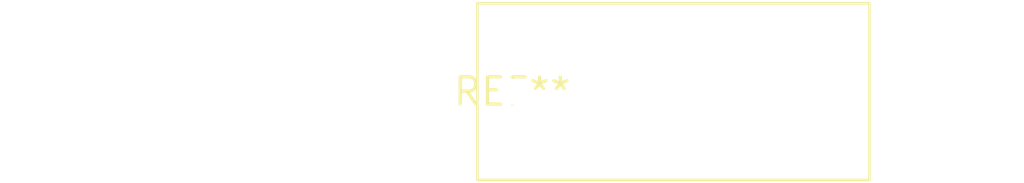
<source format=kicad_pcb>
(kicad_pcb (version 20240108) (generator pcbnew)
  (layers (0 "F.Cu" signal) (31 "B.Cu" signal) (34 "B.Paste" user) (35 "F.Paste" user) (36 "B.SilkS" user "B.Silkscreen") (37 "F.SilkS" user "F.Silkscreen") (38 "B.Mask" user) (39 "F.Mask" user) (44 "Edge.Cuts" user))
  (net 0 "")
  (footprint "C_Rect_L18.0mm_W8.0mm_P15.00mm_FKS3_FKP3" (layer "F.Cu") (at 0 0)
    (property "Reference" "REF**")
    (property "Value" "C_Rect_L18.0mm_W8.0mm_P15.00mm_FKS3_FKP3")
    (fp_line (start -1.62 -4.12) (end -1.62 4.12) (layer "F.SilkS") (stroke (width 0.12)))
    (fp_line (start -1.62 -4.12) (end 16.62 -4.12) (layer "F.SilkS") (stroke (width 0.12)))
    (fp_line (start -1.62 4.12) (end 16.62 4.12) (layer "F.SilkS") (stroke (width 0.12)))
    (fp_line (start 16.62 -4.12) (end 16.62 4.12) (layer "F.SilkS") (stroke (width 0.12)))
    (pad "1" thru_hole circle (at 0 0) (size 2.4 2.4) (drill 1.2) (layers *.Cu *.Mask) (remove_unused_layers))
    (pad "2" thru_hole circle (at 15 0) (size 2.4 2.4) (drill 1.2) (layers *.Cu *.Mask) (remove_unused_layers))
  )
)
</source>
